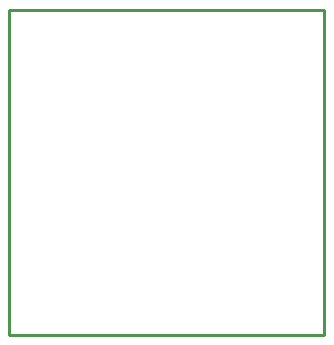
<source format=gko>
G04 Layer: BoardOutline*
G04 EasyEDA v6.3.53, 2020-06-11T20:36:36+02:00*
G04 f86898c5f0de4d6e8d1821827ec38a2b,d798ca008b2c48fc9d28453cf4f639a5,10*
G04 Gerber Generator version 0.2*
G04 Scale: 100 percent, Rotated: No, Reflected: No *
G04 Dimensions in millimeters *
G04 leading zeros omitted , absolute positions ,3 integer and 3 decimal *
%FSLAX33Y33*%
%MOMM*%
G90*
G71D02*

%ADD10C,0.254000*%
G54D10*
G01X0Y23368D02*
G01X0Y27559D01*
G01X26670Y27559D01*
G01X26670Y0D01*
G01X0Y0D01*
G01X0Y23368D01*

%LPD*%
M00*
M02*

</source>
